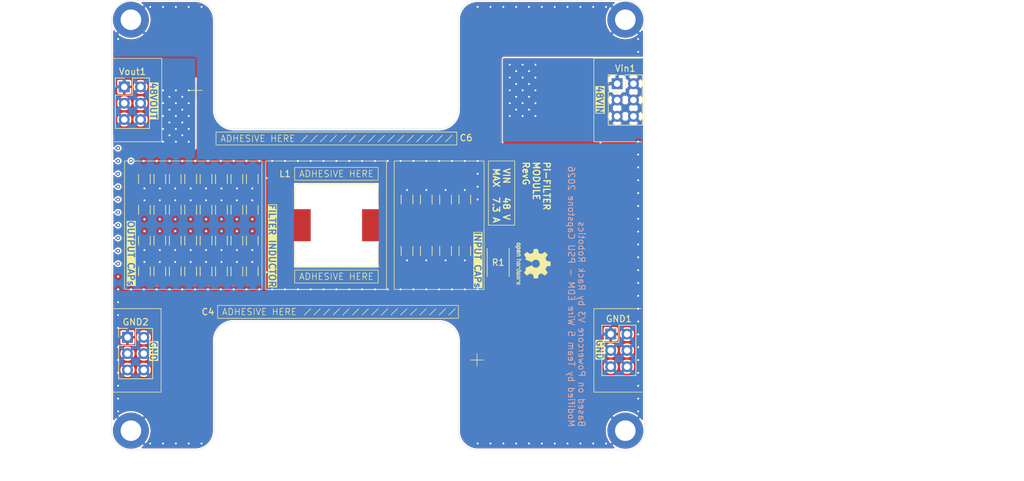
<source format=kicad_pcb>
(kicad_pcb (version 20241229) (generator "pcbnew") (generator_version "9.0")
  (title_block (title "Dual-Converter-Pi-FIlter-Module") (date "2025-07-29") (rev "G") (company "Rack Robotics, Inc.") (comment 1 "For High-Current Phase"))
  (layers (0 "F.Cu" signal) (4 "In1.Cu" power) (6 "In2.Cu" power) (2 "B.Cu" signal) (13 "F.Paste" user) (15 "B.Paste" user) (5 "F.SilkS" user "F.Silkscreen") (7 "B.SilkS" user "B.Silkscreen") (1 "F.Mask" user) (3 "B.Mask" user) (25 "Edge.Cuts" user))
  (net 0 "")
  (net 1 "GND")
  (net 2 "/FILTER_OUT")
  (net 3 "+48V")
  (footprint "MountingHole:MountingHole_3.2mm_M3_DIN965_Pad_TopBottom" (layer "F.Cu") (at 40 20)
    (property "Reference" "H1" (hide yes))
    (property "Value" "M3_DIN")
  )
  (footprint "Capacitor_SMD:C_1206_3216Metric" (layer "F.Cu") (at 92 48 90)
    (property "Reference" "C9" (hide yes))
    (property "Value" "10 uF")
  )
  (footprint "Capacitor_SMD:C_1206_3216Metric" (layer "F.Cu") (at 44.5 44.8 90)
    (property "Reference" "C36" (hide yes))
    (property "Value" "10 uF")
  )
  (footprint "Connector_PinHeader_2.54mm:PinHeader_2x03_P2.54mm_Vertical" (layer "F.Cu") (at 115.725 29.96)
    (property "Reference" "Vin1")
    (property "Value" "Conn_02x03_Odd_Even")
  )
  (footprint "Connector_PinHeader_2.54mm:PinHeader_2x03_P2.54mm_Vertical" (layer "F.Cu") (at 114.725 68.96)
    (property "Reference" "GND1")
    (property "Value" "Conn_02x03_Odd_Even")
  )
  (footprint "Capacitor_SMD:C_1206_3216Metric" (layer "F.Cu") (at 49.3 54.4 90)
    (property "Reference" "C28" (hide yes))
    (property "Value" "10 uF")
  )
  (footprint "Capacitor_SMD:C_1206_3216Metric" (layer "F.Cu") (at 42.1 54.4 90)
    (property "Reference" "C25" (hide yes))
    (property "Value" "10 uF")
  )
  (footprint "Capacitor_SMD:C_1206_3216Metric" (layer "F.Cu") (at 44.5 54.4 90)
    (property "Reference" "C26" (hide yes))
    (property "Value" "10 uF")
  )
  (footprint "Capacitor_SMD:C_1206_3216Metric" (layer "F.Cu") (at 51.7 54.4 90)
    (property "Reference" "C29" (hide yes))
    (property "Value" "10 uF")
  )
  (footprint "Capacitor_SMD:C_1206_3216Metric" (layer "F.Cu") (at 89 48 90)
    (property "Reference" "C7" (hide yes))
    (property "Value" "10 uF")
  )
  (footprint "Capacitor_SMD:C_1206_3216Metric" (layer "F.Cu") (at 56.5 44.8 90)
    (property "Reference" "C40" (hide yes))
    (property "Value" "10 uF")
  )
  (footprint "Capacitor_SMD:C_1206_3216Metric" (layer "F.Cu") (at 83 48 90)
    (property "Reference" "C1" (hide yes))
    (property "Value" "10 uF")
  )
  (footprint "Capacitor_SMD:C_1206_3216Metric" (layer "F.Cu") (at 56.5 59.2 -90)
    (property "Reference" "C13" (hide yes))
    (property "Value" "10 uF")
  )
  (footprint "powercore-development:PHA225" (layer "F.Cu") (at 93.1025 27 -90)
    (property "Reference" "C6")
    (property "Value" "560 uF")
  )
  (footprint "Capacitor_SMD:C_1206_3216Metric" (layer "F.Cu") (at 42.1 44.8 90)
    (property "Reference" "C11" (hide yes))
    (property "Value" "10 uF")
  )
  (footprint "Capacitor_SMD:C_1206_3216Metric" (layer "F.Cu") (at 58.9 44.8 90)
    (property "Reference" "C41" (hide yes))
    (property "Value" "10 uF")
  )
  (footprint "Capacitor_SMD:C_1206_3216Metric" (layer "F.Cu") (at 86 56 -90)
    (property "Reference" "C5" (hide yes))
    (property "Value" "10 uF")
  )
  (footprint "Capacitor_SMD:C_1206_3216Metric" (layer "F.Cu") (at 83 56 -90)
    (property "Reference" "C2" (hide yes))
    (property "Value" "10 uF")
  )
  (footprint "Capacitor_SMD:C_1206_3216Metric" (layer "F.Cu") (at 54.1 59.2 -90)
    (property "Reference" "C12" (hide yes))
    (property "Value" "10 uF")
  )
  (footprint "MountingHole:MountingHole_3.2mm_M3_DIN965_Pad_TopBottom" (layer "F.Cu") (at 117 84)
    (property "Reference" "H4" (hide yes))
    (property "Value" "M3_DIN")
  )
  (footprint "Capacitor_SMD:C_1206_3216Metric" (layer "F.Cu") (at 46.9 54.4 90)
    (property "Reference" "C27" (hide yes))
    (property "Value" "10 uF")
  )
  (footprint "Connector_PinHeader_2.54mm:PinHeader_2x03_P2.54mm_Vertical" (layer "F.Cu") (at 39.46 69.46)
    (property "Reference" "GND2")
    (property "Value" "Conn_02x03_Odd_Even")
  )
  (footprint "Capacitor_SMD:C_1206_3216Metric" (layer "F.Cu") (at 46.9 49.6 -90)
    (property "Reference" "C33" (hide yes))
    (property "Value" "10 uF")
  )
  (footprint "Capacitor_SMD:C_1206_3216Metric" (layer "F.Cu") (at 58.9 49.6 -90)
    (property "Reference" "C24" (hide yes))
    (property "Value" "10 uF")
  )
  (footprint "Capacitor_SMD:C_1206_3216Metric" (layer "F.Cu") (at 56.5 54.4 90)
    (property "Reference" "C18" (hide yes))
    (property "Value" "10 uF")
  )
  (footprint "Capacitor_SMD:C_1206_3216Metric" (layer "F.Cu") (at 51.7 59.2 -90)
    (property "Reference" "C16" (hide yes))
    (property "Value" "10 uF")
  )
  (footprint "Fiducial:Fiducial_1mm_Mask2mm" (layer "F.Cu") (at 112 20)
    (property "Reference" "REF**" (hide yes))
    (property "Value" "Fiducial_1mm_Mask2mm")
  )
  (footprint "Capacitor_SMD:C_1206_3216Metric" (layer "F.Cu") (at 46.9 44.8 90)
    (property "Reference" "C37" (hide yes))
    (property "Value" "10 uF")
  )
  (footprint "powercore-development:PHA225" (layer "F.Cu") (at 50.8975 77 90)
    (property "Reference" "C4")
    (property "Value" "560 uF")
  )
  (footprint "Capacitor_SMD:C_1206_3216Metric" (layer "F.Cu") (at 44.5 59.2 -90)
    (property "Reference" "C19" (hide yes))
    (property "Value" "10 uF")
  )
  (footprint "Capacitor_SMD:C_1206_3216Metric" (layer "F.Cu") (at 49.3 49.6 -90)
    (property "Reference" "C34" (hide yes))
    (property "Value" "10 uF")
  )
  (footprint "powercore-development:SRP1245A" (layer "F.Cu") (at 72 52 180)
    (property "Reference" "L1")
    (property "Value" "18uH")
  )
  (footprint "MountingHole:MountingHole_3.2mm_M3_DIN965_Pad_TopBottom" (layer "F.Cu") (at 117 20)
    (property "Reference" "H2" (hide yes))
    (property "Value" "M3_DIN")
  )
  (footprint "Capacitor_SMD:C_1206_3216Metric" (layer "F.Cu") (at 42.1 59.2 -90)
    (property "Reference" "C22" (hide yes))
    (property "Value" "10 uF")
  )
  (footprint "Capacitor_SMD:C_1206_3216Metric" (layer "F.Cu") (at 46.9 59.2 -90)
    (property "Reference" "C20" (hide yes))
    (property "Value" "10 uF")
  )
  (footprint "Capacitor_SMD:C_1206_3216Metric" (layer "F.Cu") (at 44.5 49.6 -90)
    (property "Reference" "C32" (hide yes))
    (property "Value" "10 uF")
  )
  (footprint "Capacitor_SMD:C_1206_3216Metric" (layer "F.Cu") (at 58.9 54.4 90)
    (property "Reference" "C21" (hide yes))
    (property "Value" "10 uF")
  )
  (footprint "Capacitor_SMD:C_1206_3216Metric" (layer "F.Cu") (at 56.5 49.6 -90)
    (property "Reference" "C23" (hide yes))
    (property "Value" "10 uF")
  )
  (footprint "Capacitor_SMD:C_1206_3216Metric" (layer "F.Cu") (at 58.9 59.2 -90)
    (property "Reference" "C14" (hide yes))
    (property "Value" "10 uF")
  )
  (footprint "Capacitor_SMD:C_1206_3216Metric" (layer "F.Cu") (at 49.3 44.8 90)
    (property "Reference" "C38" (hide yes))
    (property "Value" "10 uF")
  )
  (footprint "Capacitor_SMD:C_1206_3216Metric" (layer "F.Cu") (at 92 56 -90)
    (property "Reference" "C10" (hide yes))
    (property "Value" "10 uF")
  )
  (footprint "Capacitor_SMD:C_1206_3216Metric" (layer "F.Cu") (at 54.1 54.4 90)
    (property "Reference" "C17" (hide yes))
    (property "Value" "10 uF")
  )
  (footprint "Capacitor_SMD:C_1206_3216Metric" (layer "F.Cu") (at 54.1 49.6 -90)
    (property "Reference" "C35" (hide yes))
    (property "Value" "10 uF")
  )
  (footprint "Symbol:OSHW-Logo2_7.3x6mm_SilkScreen" (layer "F.Cu") (at 102.6 58 -90)
    (property "Reference" "REF**" (hide yes))
    (property "Value" "OSHW-Logo2_7.3x6mm_SilkScreen" (hide yes))
  )
  (footprint "MountingHole:MountingHole_3.2mm_M3_DIN965_Pad_TopBottom" (layer "F.Cu") (at 40 84)
    (property "Reference" "H3" (hide yes))
    (property "Value" "M3_DIN")
  )
  (footprint "Fiducial:Fiducial_1mm_Mask2mm" (layer "F.Cu") (at 45 20)
    (property "Reference" "REF**" (hide yes))
    (property "Value" "Fiducial_1mm_Mask2mm")
  )
  (footprint "Capacitor_SMD:C_1206_3216Metric" (layer "F.Cu") (at 51.7 49.6 -90)
    (property "Reference" "C42" (hide yes))
    (property "Value" "10 uF")
  )
  (footprint "Capacitor_SMD:C_1206_3216Metric" (layer "F.Cu") (at 51.7 44.8 90)
    (property "Reference" "C30" (hide yes))
    (property "Value" "10 uF")
  )
  (footprint "Fiducial:Fiducial_1mm_Mask2mm" (layer "F.Cu") (at 45 84)
    (property "Reference" "REF**" (hide yes))
    (property "Value" "Fiducial_1mm_Mask2mm")
  )
  (footprint "Capacitor_SMD:C_1206_3216Metric" (layer "F.Cu") (at 54.1 44.8 90)
    (property "Reference" "C39" (hide yes))
    (property "Value" "10 uF")
  )
  (footprint "Connector_PinHeader_2.54mm:PinHeader_2x03_P2.54mm_Vertical" (layer "F.Cu") (at 38.96 30.46)
    (property "Reference" "Vout1")
    (property "Value" "Conn_02x03_Odd_Even")
  )
  (footprint "Capacitor_SMD:C_1206_3216Metric" (layer "F.Cu") (at 86 48 90)
    (property "Reference" "C3" (hide yes))
    (property "Value" "10 uF")
  )
  (footprint "Capacitor_SMD:C_1206_3216Metric" (layer "F.Cu") (at 49.3 59.2 -90)
    (property "Reference" "C15" (hide yes))
    (property "Value" "10 uF")
  )
  (footprint "Capacitor_SMD:C_1206_3216Metric" (layer "F.Cu") (at 42.1 49.6 -90)
    (property "Reference" "C31" (hide yes))
    (property "Value" "10 uF")
  )
  (footprint "Resistor_SMD:R_2512_6332Metric" (layer "F.Cu") (at 97.2 57.8 90)
    (property "Reference" "R1")
    (property "Value" "4.7K")
  )
  (footprint "Capacitor_SMD:C_1206_3216Metric" (layer "F.Cu") (at 89 56 -90)
    (property "Reference" "C8" (hide yes))
    (property "Value" "10 uF")
  )
  (footprint "Fiducial:Fiducial_1mm_Mask2mm" (layer "F.Cu") (at 112 84)
    (property "Reference" "REF**" (hide yes))
    (property "Value" "Fiducial_1mm_Mask2mm")
  )
  (gr_line (start 71.5 66) (end 72.5 65) (stroke (width 0.1)) (layer "F.SilkS"))
  (gr_line (start 70 66) (end 71 65) (stroke (width 0.1)) (layer "F.SilkS"))
  (gr_line (start 76 66) (end 77 65) (stroke (width 0.1)) (layer "F.SilkS"))
  (gr_line (start 86 39) (end 87 38) (stroke (width 0.1)) (layer "F.SilkS"))
  (gr_line (start 112.1 78) (end 112.1 65) (stroke (width 0.1)) (layer "F.SilkS"))
  (gr_line (start 37.2 65) (end 44.7 65) (stroke (width 0.1)) (layer "F.SilkS"))
  (gr_line (start 37.3 26) (end 44.8 26) (stroke (width 0.1)) (layer "F.SilkS"))
  (gr_line (start 83.5 66) (end 84.5 65) (stroke (width 0.1)) (layer "F.SilkS"))
  (gr_rect (start 65.5 43) (end 78.5 45) (stroke (width 0.1)) (fill no) (layer "F.SilkS"))
  (gr_line (start 89 39) (end 90 38) (stroke (width 0.1)) (layer "F.SilkS"))
  (gr_line (start 67 66) (end 68 65) (stroke (width 0.1)) (layer "F.SilkS"))
  (gr_line (start 80 39) (end 81 38) (stroke (width 0.1)) (layer "F.SilkS"))
  (gr_line (start 80.5 66) (end 81.5 65) (stroke (width 0.1)) (layer "F.SilkS"))
  (gr_line (start 119.5 26) (end 112.1 26) (stroke (width 0.1)) (layer "F.SilkS"))
  (gr_line (start 83 39) (end 84 38) (stroke (width 0.1)) (layer "F.SilkS"))
  (gr_rect (start 95.678 42) (end 99.778 52) (stroke (width 0.1)) (fill no) (layer "F.SilkS"))
  (gr_line (start 68 39) (end 69 38) (stroke (width 0.1)) (layer "F.SilkS"))
  (gr_line (start 66.5 39) (end 67.5 38) (stroke (width 0.1)) (layer "F.SilkS"))
  (gr_line (start 85 66) (end 86 65) (stroke (width 0.1)) (layer "F.SilkS"))
  (gr_line (start 69.5 39) (end 70.5 38) (stroke (width 0.1)) (layer "F.SilkS"))
  (gr_line (start 74.5 66) (end 75.5 65) (stroke (width 0.1)) (layer "F.SilkS"))
  (gr_line (start 81.5 39) (end 82.5 38) (stroke (width 0.1)) (layer "F.SilkS"))
  (gr_line (start 37.3 78) (end 44.7 78) (stroke (width 0.1)) (layer "F.SilkS"))
  (gr_rect (start 61 42) (end 79.8 62) (stroke (width 0.1)) (fill no) (layer "F.SilkS"))
  (gr_line (start 79 66) (end 80 65) (stroke (width 0.1)) (layer "F.SilkS"))
  (gr_rect (start 39 42) (end 60.4 62) (stroke (width 0.1)) (fill no) (layer "F.SilkS"))
  (gr_line (start 84.5 39) (end 85.5 38) (stroke (width 0.1)) (layer "F.SilkS"))
  (gr_line (start 37.4 39) (end 44.8 39) (stroke (width 0.1)) (layer "F.SilkS"))
  (gr_line (start 78.5 39) (end 79.5 38) (stroke (width 0.1)) (layer "F.SilkS"))
  (gr_line (start 112.1 39) (end 112.1 26) (stroke (width 0.1)) (layer "F.SilkS"))
  (gr_line (start 87.5 39) (end 88.5 38) (stroke (width 0.1)) (layer "F.SilkS"))
  (gr_rect (start 53.25 37.5) (end 90.75 39.5) (stroke (width 0.1)) (fill no) (layer "F.SilkS"))
  (gr_rect (start 65.5 59) (end 78.5 61) (stroke (width 0.1)) (fill no) (layer "F.SilkS"))
  (gr_line (start 82 66) (end 83 65) (stroke (width 0.1)) (layer "F.SilkS"))
  (gr_line (start 88 66) (end 89 65) (stroke (width 0.1)) (layer "F.SilkS"))
  (gr_line (start 119.6 39) (end 112.1 39) (stroke (width 0.1)) (layer "F.SilkS"))
  (gr_line (start 72.5 39) (end 73.5 38) (stroke (width 0.1)) (layer "F.SilkS"))
  (gr_line (start 71 39) (end 72 38) (stroke (width 0.1)) (layer "F.SilkS"))
  (gr_line (start 119.5 65) (end 112.1 65) (stroke (width 0.1)) (layer "F.SilkS"))
  (gr_line (start 44.8 26) (end 44.8 39) (stroke (width 0.1)) (layer "F.SilkS"))
  (gr_line (start 86.5 66) (end 87.5 65) (stroke (width 0.1)) (layer "F.SilkS"))
  (gr_line (start 68.5 66) (end 69.5 65) (stroke (width 0.1)) (layer "F.SilkS"))
  (gr_line (start 61 62) (end 79.8 62) (stroke (width 0.1)) (layer "F.SilkS"))
  (gr_rect (start 53.5 64.5) (end 91 66.5) (stroke (width 0.1)) (fill no) (layer "F.SilkS"))
  (gr_line (start 74 39) (end 75 38) (stroke (width 0.1)) (layer "F.SilkS"))
  (gr_line (start 89.5 66) (end 90.5 65) (stroke (width 0.1)) (layer "F.SilkS"))
  (gr_line (start 73 66) (end 74 65) (stroke (width 0.1)) (layer "F.SilkS"))
  (gr_rect (start 81 42) (end 95 62) (stroke (width 0.1)) (fill no) (layer "F.SilkS"))
  (gr_line (start 77 39) (end 78 38) (stroke (width 0.1)) (layer "F.SilkS"))
  (gr_line (start 44.7 65) (end 44.7 78) (stroke (width 0.1)) (layer "F.SilkS"))
  (gr_line (start 119.6 78) (end 112.1 78) (stroke (width 0.1)) (layer "F.SilkS"))
  (gr_line (start 75.5 39) (end 76.5 38) (stroke (width 0.1)) (layer "F.SilkS"))
  (gr_line (start 77.5 66) (end 78.5 65) (stroke (width 0.1)) (layer "F.SilkS"))
  (gr_line (start 53 34) (end 53 20) (stroke (width 0.05)) (layer "Edge.Cuts"))
  (gr_arc (start 91 34) (mid 90.12132 36.12132) (end 88 37) (stroke (width 0.05)) (layer "Edge.Cuts"))
  (gr_line (start 88 37) (end 56 37) (stroke (width 0.05)) (layer "Edge.Cuts"))
  (gr_arc (start 37 20) (mid 37.87868 17.87868) (end 40 17) (stroke (width 0.05)) (layer "Edge.Cuts"))
  (gr_arc (start 53 84) (mid 52.12132 86.12132) (end 50 87) (stroke (width 0.05)) (layer "Edge.Cuts"))
  (gr_arc (start 91 20) (mid 91.87868 17.87868) (end 94 17) (stroke (width 0.05)) (layer "Edge.Cuts"))
  (gr_line (start 120 20) (end 120 84) (stroke (width 0.05)) (layer "Edge.Cuts"))
  (gr_arc (start 50 17) (mid 52.12132 17.87868) (end 53 20) (stroke (width 0.05)) (layer "Edge.Cuts"))
  (gr_arc (start 94 87) (mid 91.87868 86.12132) (end 91 84) (stroke (width 0.05)) (layer "Edge.Cuts"))
  (gr_arc (start 56 37) (mid 53.87868 36.12132) (end 53 34) (stroke (width 0.05)) (layer "Edge.Cuts"))
  (gr_line (start 50 87) (end 40 87) (stroke (width 0.05)) (layer "Edge.Cuts"))
  (gr_line (start 50 17) (end 40 17) (stroke (width 0.05)) (layer "Edge.Cuts"))
  (gr_line (start 94 87) (end 117 87) (stroke (width 0.05)) (layer "Edge.Cuts"))
  (gr_line (start 56 67) (end 88 67) (stroke (width 0.05)) (layer "Edge.Cuts"))
  (gr_arc (start 53 70) (mid 53.87868 67.87868) (end 56 67) (stroke (width 0.05)) (layer "Edge.Cuts"))
  (gr_line (start 91 70) (end 91 84) (stroke (width 0.05)) (layer "Edge.Cuts"))
  (gr_arc (start 117 17) (mid 119.12132 17.87868) (end 120 20) (stroke (width 0.05)) (layer "Edge.Cuts"))
  (gr_line (start 91 20) (end 91 34) (stroke (width 0.05)) (layer "Edge.Cuts"))
  (gr_line (start 94 17) (end 117 17) (stroke (width 0.05)) (layer "Edge.Cuts"))
  (gr_line (start 37 84) (end 37 20) (stroke (width 0.05)) (layer "Edge.Cuts"))
  (gr_arc (start 120 84) (mid 119.12132 86.12132) (end 117 87) (stroke (width 0.05)) (layer "Edge.Cuts"))
  (gr_arc (start 88 67) (mid 90.12132 67.87868) (end 91 70) (stroke (width 0.05)) (layer "Edge.Cuts"))
  (gr_arc (start 40 87) (mid 37.87868 86.12132) (end 37 84) (stroke (width 0.05)) (layer "Edge.Cuts"))
  (gr_line (start 53 84) (end 53 70) (stroke (width 0.05)) (layer "Edge.Cuts"))
  (gr_text "ADHESIVE HERE" (at 72 60 0) (layer "F.SilkS") (effects (font (size 1 1) (thickness 0.1))))
  (gr_text "ADHESIVE HERE" (at 72 44 0) (layer "F.SilkS") (effects (font (size 1 1) (thickness 0.1))))
  (gr_text "ADHESIVE HERE" (at 59.75 38.5 0) (layer "F.SilkS") (effects (font (size 1 1) (thickness 0.1))))
  (gr_text "FILTER INDUCTOR" (at 62 55.2 270) (layer "F.SilkS" knockout) (effects (font (size 1 1) (thickness 0.2) (bold yes))))
  (gr_text "OUTPUT CAPs" (at 40 56.4 270) (layer "F.SilkS" knockout) (effects (font (size 1 1) (thickness 0.2) (bold yes))))
  (gr_text "INPUT CAPs" (at 94 57.4 270) (layer "F.SilkS" knockout) (effects (font (size 1 1) (thickness 0.2) (bold yes))))
  (gr_text "VIN	 48 V\nMAX  7.3 A" (at 99.078 43 270) (layer "F.SilkS") (effects (font (size 1 1) (thickness 0.2) (bold yes)) (justify left top)))
  (gr_text "48VIN" (at 113 32.5 270) (layer "F.SilkS" knockout) (effects (font (size 1 1) (thickness 0.2) (bold yes))))
  (gr_text "48VOUT" (at 43.5 32.6 270) (layer "F.SilkS" knockout) (effects (font (size 1 1) (thickness 0.2) (bold yes))))
  (gr_text "GND" (at 113 71.4 270) (layer "F.SilkS" knockout) (effects (font (size 1 1) (thickness 0.2) (bold yes))))
  (gr_text "ADHESIVE HERE" (at 60 65.5 0) (layer "F.SilkS") (effects (font (size 1 1) (thickness 0.1))))
  (gr_text "Pi-FILTER\nMODULE\nRevG" (at 105.328 42 270) (layer "F.SilkS") (effects (font (size 1 1) (thickness 0.2) (bold yes)) (justify left top)))
  (gr_text "GND" (at 43.5 71.6 270) (layer "F.SilkS" knockout) (effects (font (size 1 1) (thickness 0.2) (bold yes))))
  (gr_text "Based on Powercore V3 by Rack Robotics\nModified by Team 5 Wire EDM - PSU Capstone 2026\n" (at 108 83.5 270) (layer "B.SilkS") (effects (font (size 1 1) (thickness 0.125) (bold yes)) (justify left bottom mirror)))
  (segment (start 51.6 76.2) (end 48.44875 76.2) (width 0.4) (layer "F.Cu") (net 1))
  (segment (start 51.6 77.8) (end 48.44875 77.8) (width 0.4) (layer "F.Cu") (net 1))
  (segment (start 49.8 77) (end 47.1025 77) (width 0.8) (layer "F.Cu") (net 1))
  (segment (start 51.6 75.4) (end 48.44875 75.4) (width 0.4) (layer "F.Cu") (net 1))
  (segment (start 51.55125 77) (end 48.44875 77) (width 0.4) (layer "F.Cu") (net 1))
  (segment (start 94.1025 27) (end 96.8 27) (width 0.8) (layer "F.Cu") (net 1))
  (segment (start 51.6 78.6) (end 48.44875 78.6) (width 0.4) (layer "F.Cu") (net 1))
  (via (at 78 62) (size 0.6) (drill 0.3) (layers "F.Cu" "B.Cu") (net 1))
  (via (at 119 75) (size 0.6) (drill 0.3) (layers "F.Cu" "B.Cu") (net 1))
  (via (at 112 18) (size 0.6) (drill 0.3) (layers "F.Cu" "B.Cu") (net 1))
  (via (at 40 42) (size 0.6) (drill 0.3) (layers "F.Cu" "B.Cu") (net 1))
  (via (at 102 18) (size 0.6) (drill 0.3) (layers "F.Cu" "B.Cu") (net 1))
  (via (at 44.5 51.075) (size 0.6) (drill 0.3) (layers "F.Cu" "B.Cu") (net 1))
  (via (at 51 86) (size 0.6) (drill 0.3) (layers "F.Cu" "B.Cu") (net 1))
  (via (at 52 42) (size 0.6) (drill 0.3) (layers "F.Cu" "B.Cu") (net 1))
  (via (at 43 18) (size 0.6) (drill 0.3) (layers "F.Cu" "B.Cu") (net 1))
  (via (at 50 62) (size 0.6) (drill 0.3) (layers "F.Cu" "B.Cu") (net 1))
  (via (at 98 86) (size 0.6) (drill 0.3) (layers "F.Cu" "B.Cu") (net 1))
  (via (at 49.3 51.075) (size 0.6) (drill 0.3) (layers "F.Cu" "B.Cu") (net 1))
  (via (at 106 18) (size 0.6) (drill 0.3) (layers "F.Cu" "B.Cu") (net 1))
  (via (at 83 46.525) (size 0.6) (drill 0.3) (layers "F.Cu" "B.Cu") (net 1))
  (via (at 49 86) (size 0.6) (drill 0.3) (layers "F.Cu" "B.Cu") (net 1))
  (via (at 92 46.525) (size 0.6) (drill 0.3) (layers "F.Cu" "B.Cu") (net 1))
  (via (at 47 86) (size 0.6) (drill 0.3) (layers "F.Cu" "B.Cu") (net 1))
  (via (at 38 60) (size 0.6) (drill 0.3) (layers "F.Cu" "B.Cu") (net 1))
  (via (at 94 58) (size 0.6) (drill 0.3) (layers "F.Cu" "B.Cu") (net 1))
  (via (at 38 50) (size 0.6) (drill 0.3) (layers "F.Cu" "B.Cu") (net 1))
  (via (at 58.9 52.925) (size 0.6) (drill 0.3) (layers "F.Cu" "B.Cu") (net 1))
  (via (at 119 67) (size 0.6) (drill 0.3) (layers "F.Cu" "B.Cu") (net 1))
  (via (at 98 18) (size 0.6) (drill 0.3) (layers "F.Cu" "B.Cu") (net 1))
  (via (at 80 62) (size 0.6) (drill 0.3) (layers "F.Cu" "B.Cu") (net 1))
  (via (at 38 42) (size 0.6) (drill 0.3) (layers "F.Cu" "B.Cu") (net 1))
  (via (at 38 58) (size 0.6) (drill 0.3) (layers "F.Cu" "B.Cu") (net 1))
  (via (at 94 56) (size 0.6) (drill 0.3) (layers "F.Cu" "B.Cu") (net 1))
  (via (at 96 18) (size 0.6) (drill 0.3) (layers "F.Cu" "B.Cu") (net 1))
  (via (at 86 62) (size 0.6) (drill 0.3) (layers "F.Cu" "B.Cu") (net 1))
  (via (at 92 57.475) (size 0.6) (drill 0.3) (layers "F.Cu" "B.Cu") (net 1))
  (via (at 42 42) (size 0.6) (drill 0.3) (layers "F.Cu" "B.Cu") (net 1))
  (via (at 44.5 52.925) (size 0.6) (drill 0.3) (layers "F.Cu" "B.Cu") (net 1))
  (via (at 66 42) (size 0.6) (drill 0.3) (layers "F.Cu" "B.Cu") (net 1))
  (via (at 38 66) (size 0.6) (drill 0.3) (layers "F.Cu" "B.Cu") (net 1))
  (via (at 68 62) (size 0.6) (drill 0.3) (layers "F.Cu" "B.Cu") (net 1))
  (via (at 94 48) (size 0.6) (drill 0.3) (layers "F.Cu" "B.Cu") (net 1))
  (via (at 54 42) (size 0.6) (drill 0.3) (layers "F.Cu" "B.Cu") (net 1))
  (via (at 38 71) (size 0.6) (drill 0.3) (layers "F.Cu" "B.Cu") (net 1))
  (via (at 68 42) (size 0.6) (drill 0.3) (layers "F.Cu" "B.Cu") (net 1))
  (via (at 46 42) (size 0.6) (drill 0.3) (layers "F.Cu" "B.Cu") (net 1))
  (via (at 74 62) (size 0.6) (drill 0.3) (layers "F.Cu" "B.Cu") (net 1))
  (via (at 86 57.475) (size 0.6) (drill 0.3) (layers "F.Cu" "B.Cu") (net 1))
  (via (at 48 42) (size 0.6) (drill 0.3) (layers "F.Cu" "B.Cu") (net 1))
  (via (at 119 41) (size 0.6) (drill 0.3) (layers "F.Cu" "B.Cu") (net 1))
  (via (at 38 40) (size 0.6) (drill 0.3) (layers "F.Cu" "B.Cu") (net 1))
  (via (at 43 86) (size 0.6) (drill 0.3) (layers "F.Cu" "B.Cu") (net 1))
  (via (at 106 86) (size 0.6) (drill 0.3) (layers "F.Cu" "B.Cu") (net 1))
  (via (at 100 86) (size 0.6) (drill 0.3) (layers "F.Cu" "B.Cu") (net 1))
  (via (at 94 18) (size 0.6) (drill 0.3) (layers "F.Cu" "B.Cu") (net 1))
  (via (at 119 57) (size 0.6) (drill 0.3) (layers "F.Cu" "B.Cu") (net 1))
  (via (at 56.5 52.925) (size 0.6) (drill 0.3) (layers "F.Cu" "B.Cu") (net 1))
  (via (at 104 86) (size 0.6) (drill 0.3) (layers "F.Cu" "B.Cu") (net 1))
  (via (at 119 69) (size 0.6) (drill 0.3) (layers "F.Cu" "B.Cu") (net 1))
  (via (at 96 86) (size 0.6) (drill 0.3) (layers "F.Cu" "B.Cu") (net 1))
  (via (at 72 62) (size 0.6) (drill 0.3) (layers "F.Cu" "B.Cu") (net 1))
  (via (at 100 18) (size 0.6) (drill 0.3) (layers "F.Cu" "B.Cu") (net 1))
  (via (at 58 62) (size 0.6) (drill 0.3) (layers "F.Cu" "B.Cu") (net 1))
  (via (at 119 39) (size 0.6) (drill 0.3) (layers "F.Cu" "B.Cu") (net 1))
  (via (at 94 42) (size 0.6) (drill 0.3) (layers "F.Cu" "B.Cu") (net 1))
  (via (at 92 42) (size 0.6) (drill 0.3) (layers "F.Cu" "B.Cu") (net 1))
  (via (at 44 62) (size 0.6) (drill 0.3) (layers "F.Cu" "B.Cu") (net 1))
  (via (at 94 62) (size 0.6) (drill 0.3) (layers "F.Cu" "B.Cu") (net 1))
  (via (at 86 46.525) (size 0.6) (drill 0.3) (layers "F.Cu" "B.Cu") (net 1))
  (via (at 38 64) (size 0.6) (drill 0.3) (layers "F.Cu" "B.Cu") (net 1))
  (via (at 119 25) (size 0.6) (drill 0.3) (layers "F.Cu" "B.Cu") (net 1))
  (via (at 38 62) (size 0.6) (drill 0.3) (layers "F.Cu" "B.Cu") (net 1))
  (via (at 38 46) (size 0.6) (drill 0.3) (layers "F.Cu" "B.Cu") (net 1))
  (via (at 76 62) (size 0.6) (drill 0.3) (layers "F.Cu" "B.Cu") (net 1))
  (via (at 58.9 51.075) (size 0.6) (drill 0.3) (layers "F.Cu" "B.Cu") (net 1))
  (via (at 86 42) (size 0.6) (drill 0.3) (layers "F.Cu" "B.Cu") (net 1))
  (via (at 89 57.475) (size 0.6) (drill 0.3) (layers "F.Cu" "B.Cu") (net 1))
  (via (at 108 18) (size 0.6) (drill 0.3) (layers "F.Cu" "B.Cu") (net 1))
  (via (at 51 18) (size 0.6) (drill 0.3) (layers "F.Cu" "B.Cu") (net 1))
  (via (at 56.5 51.075) (size 0.6) (drill 0.3) (layers "F.Cu" "B.Cu") (net 1))
  (via (at 110 18) (size 0.6) (drill 0.3) (layers "F.Cu" "B.Cu") (net 1))
  (via (at 119 65) (size 0.6) (drill 0.3) (layers "F.Cu" "B.Cu") (net 1))
  (via (at 50 42) (size 0.6) (drill 0.3) (layers "F.Cu" "B.Cu") (net 1))
  (via (at 38 73) (size 0.6) (drill 0.3) (layers "F.Cu" "B.Cu") (net 1))
  (via (at 44 42) (size 0.6) (drill 0.3) (layers "F.Cu" "B.Cu") (net 1))
  (via (at 38 56) (size 0.6) (drill 0.3) (layers "F.Cu" "B.Cu") (net 1))
  (via (at 83 57.475) (size 0.6) (drill 0.3) (layers "F.Cu" "B.Cu") (net 1))
  (via (at 48 62) (size 0.6) (drill 0.3) (layers "F.Cu" "B.Cu") (net 1))
  (via (at 119 63) (size 0.6) (drill 0.3) (layers "F.Cu" "B.Cu") (net 1))
  (via (at 54.1 51.075) (size 0.6) (drill 0.3) (layers "F.Cu" "B.Cu") (net 1))
  (via (at 56 62) (size 0.6) (drill 0.3) (layers "F.Cu" "B.Cu") (net 1))
  (via (at 38 79) (size 0.6) (drill 0.3) (layers "F.Cu" "B.Cu") (net 1))
  (via (at 94 44) (size 0.6) (drill 0.3) (layers "F.Cu" "B.Cu") (net 1))
  (via (at 88 62) (size 0.6) (drill 0.3) (layers "F.Cu" "B.Cu") (net 1))
  (via (at 114 86) (size 0.6) (drill 0.3) (layers "F.Cu" "B.Cu") (net 1))
  (via (at 49 18) (size 0.6) (drill 0.3) (layers "F.Cu" "B.Cu") (net 1))
  (via (at 90 42) (size 0.6) (drill 0.3) (layers "F.Cu" "B.Cu") (net 1))
  (via (at 38 81) (size 0.6) (drill 0.3) (layers "F.Cu" "B.Cu") (net 1))
  (via (at 102 86) (size 0.6) (drill 0.3) (layers "F.Cu" "B.Cu") (net 1))
  (via (at 88 42) (size 0.6) (drill 0.3) (layers "F.Cu" "B.Cu") (net 1))
  (via (at 119 55) (size 0.6) (drill 0.3) (layers "F.Cu" "B.Cu") (net 1))
  (via (at 51.7 51.075) (size 0.6) (drill 0.3) (layers "F.Cu" "B.Cu") (net 1))
  (via (at 42.1 52.925) (size 0.6) (drill 0.3) (layers "F.Cu" "B.Cu") (net 1))
  (via (at 89 46.525) (size 0.6) (drill 0.3) (layers "F.Cu" "B.Cu") (net 1))
  (via (at 60 62) (size 0.6) (drill 0.3) (layers "F.Cu" "B.Cu") (net 1))
  (via (at 119 81) (size 0.6) (drill 0.3) (layers "F.Cu" "B.Cu") (net 1))
  (via (at 51.7 52.925) (size 0.6) (drill 0.3) (layers "F.Cu" "B.Cu") (net 1))
  (via (at 119 43) (size 0.6) (drill 0.3) (layers "F.Cu" "B.Cu") (net 1))
  (via (at 46.9 52.925) (size 0.6) (drill 0.3) (layers "F.Cu" "B.Cu") (net 1))
  (via (at 56 42) (size 0.6) (drill 0.3) (layers "F.Cu" "B.Cu") (net 1))
  (via (at 119 49) (size 0.6) (drill 0.3) (layers "F.Cu" "B.Cu") (net 1))
  (via (at 42.1 51.075) (size 0.6) (drill 0.3) (layers "F.Cu" "B.Cu") (net 1))
  (via (at 90 62) (size 0.6) (drill 0.3) (layers "F.Cu" "B.Cu") (net 1))
  (via (at 64 42) (size 0.6) (drill 0.3) (layers "F.Cu" "B.Cu") (net 1))
  (via (at 112 86) (size 0.6) (drill 0.3) (layers "F.Cu" "B.Cu") (net 1))
  (via (at 54.1 52.925) (size 0.6) (drill 0.3) (layers "F.Cu" "B.Cu") (net 1))
  (via (at 119 77) (size 0.6) (drill 0.3) (layers "F.Cu" "B.Cu") (net 1))
  (via (at 40 62) (size 0.6) (drill 0.3) (layers "F.Cu" "B.Cu") (net 1))
  (via (at 94 46) (size 0.6) (drill 0.3) (layers "F.Cu" "B.Cu") (net 1))
  (via (at 108 86) (size 0.6) (drill 0.3) (layers "F.Cu" "B.Cu") (net 1))
  (via (at 64 62) (size 0.6) (drill 0.3) (layers "F.Cu" "B.Cu") (net 1))
  (via (at 76 42) (size 0.6) (drill 0.3) (layers "F.Cu" "B.Cu") (net 1))
  (via (at 38 75) (size 0.6) (drill 0.3) (layers "F.Cu" "B.Cu") (net 1))
  (via (at 70 42) (size 0.6) (drill 0.3) (layers "F.Cu" "B.Cu") (net 1))
  (via (at 119 59) (size 0.6) (drill 0.3) (layers "F.Cu" "B.Cu") (net 1))
  (via (at 84 62) (size 0.6) (drill 0.3) (layers "F.Cu" "B.Cu") (net 1))
  (via (at 60 42) (size 0.6) (drill 0.3) (layers "F.Cu" "B.Cu") (net 1))
  (via (at 45 86) (size 0.6) (drill 0.3) (layers "F.Cu" "B.Cu") (net 1))
  (via (at 119 61) (size 0.6) (drill 0.3) (layers "F.Cu" "B.Cu") (net 1))
  (via (at 58 42) (size 0.6) (drill 0.3) (layers "F.Cu" "B.Cu") (net 1))
  (via (at 45 18) (size 0.6) (drill 0.3) (layers "F.Cu" "B.Cu") (net 1))
  (via (at 84 42) (size 0.6) (drill 0.3) (layers "F.Cu" "B.Cu") (net 1))
  (via (at 80 42) (size 0.6) (drill 0.3) (layers "F.Cu" "B.Cu") (net 1))
  (via (at 119 45) (size 0.6) (drill 0.3) (layers "F.Cu" "B.Cu") (net 1))
  (via (at 119 79) (size 0.6) (drill 0.3) (layers "F.Cu" "B.Cu") (net 1))
  (via (at 82 62) (size 0.6) (drill 0.3) (layers "F.Cu" "B.Cu") (net 1))
  (via (at 78 42) (size 0.6) (drill 0.3) (layers "F.Cu" "B.Cu") (net 1))
  (via (at 62 42) (size 0.6) (drill 0.3) (layers "F.Cu" "B.Cu") (net 1))
  (via (at 42 62) (size 0.6) (drill 0.3) (layers "F.Cu" "B.Cu") (net 1))
  (via (at 46 62) (size 0.6) (drill 0.3) (layers "F.Cu" "B.Cu") (net 1))
  (via (at 38 77) (size 0.6) (drill 0.3) (layers "F.Cu" "B.Cu") (net 1))
  (via (at 110 86) (size 0.6) (drill 0.3) (layers "F.Cu" "B.Cu") (net 1))
  (via (at 38 54) (size 0.6) (drill 0.3) (layers "F.Cu" "B.Cu") (net 1))
  (via (at 38 48) (size 0.6) (drill 0.3) (layers "F.Cu" "B.Cu") (net 1))
  (via (at 92 62) (size 0.6) (drill 0.3) (layers "F.Cu" "B.Cu") (net 1))
  (via (at 52 62) (size 0.6) (drill 0.3) (layers "F.Cu" "B.Cu") (net 1))
  (via (at 119 23) (size 0.6) (drill 0.3) (layers "F.Cu" "B.Cu") (net 1))
  (via (at 119 71) (size 0.6) (drill 0.3) (layers "F.Cu" "B.Cu") (net 1))
  (via (at 38 23) (size 0.6) (drill 0.3) (layers "F.Cu" "B.Cu") (net 1))
  (via (at 119 73) (size 0.6) (drill 0.3) (layers "F.Cu" "B.Cu") (net 1))
  (via (at 82 42) (size 0.6) (drill 0.3) (layers "F.Cu" "B.Cu") (net 1))
  (via (at 38 68) (size 0.6) (drill 0.3) (layers "F.Cu" "B.Cu") (net 1))
  (via (at 54 62) (size 0.6) (drill 0.3) (layers "F.Cu" "B.Cu") (net 1))
  (via (at 119 47) (size 0.6) (drill 0.3) (layers "F.Cu" "B.Cu") (net 1))
  (via (at 47 18) (size 0.6) (drill 0.3) (layers "F.Cu" "B.Cu") (net 1))
  (via (at 119 51) (size 0.6) (drill 0.3) (layers "F.Cu" "B.Cu") (net 1))
  (via (at 74 42) (size 0.6) (drill 0.3) (layers "F.Cu" "B.Cu") (net 1))
  (via (at 62 62) (size 0.6) (drill 0.3) (layers "F.Cu" "B.Cu") (net 1))
  (via (at 94 86) (size 0.6) (drill 0.3) (layers "F.Cu" "B.Cu") (net 1))
  (via (at 66 62) (size 0.6) (drill 0.3) (layers "F.Cu" "B.Cu") (net 1))
  (via (at 38 52) (size 0.6) (drill 0.3) (layers "F.Cu" "B.Cu") (net 1))
  (via (at 38 44) (size 0.6) (drill 0.3) (layers "F.Cu" "B.Cu") (net 1))
  (via (at 49.3 52.925) (size 0.6) (drill 0.3) (layers "F.Cu" "B.Cu") (net 1))
  (via (at 114 18) (size 0.6) (drill 0.3) (layers "F.Cu" "B.Cu") (net 1))
  (via (at 72 42) (size 0.6) (drill 0.3) (layers "F.Cu" "B.Cu") (net 1))
  (via (at 70 62) (size 0.6) (drill 0.3) (layers "F.Cu" "B.Cu") (net 1))
  (via (at 94 60) (size 0.6) (drill 0.3) (layers "F.Cu" "B.Cu") (net 1))
  (via (at 119 53) (size 0.6) (drill 0.3) (layers "F.Cu" "B.Cu") (net 1))
  (via (at 104 18) (size 0.6) (drill 0.3) (layers "F.Cu" "B.Cu") (net 1))
  (via (at 46.9 51.075) (size 0.6) (drill 0.3) (layers "F.Cu" "B.Cu") (net 1))
  (segment (start 50.1025 27) (end 47.2 27) (width 0.8) (layer "F.Cu") (net 2))
  (via (at 46.9 46.275) (size 0.6) (drill 0.3) (layers "F.Cu" "B.Cu") (net 2))
  (via (at 51.7 57.725) (size 0.6) (drill 0.3) (layers "F.Cu" "B.Cu") (net 2))
  (via (at 45 35) (size 0.6) (drill 0.3) (layers "F.Cu" "B.Cu") (net 2))
  (via (at 49 31) (size 0.6) (drill 0.3) (layers "F.Cu" "B.Cu") (net 2))
  (via (at 46 38) (size 0.6) (drill 0.3) (layers "F.Cu" "B.Cu") (net 2))
  (via (at 58.9 55.875) (size 0.6) (drill 0.3) (layers "F.Cu" "B.Cu") (net 2))
  (via (at 49 37) (size 0.6) (drill 0.3) (layers "F.Cu" "B.Cu") (net 2))
  (via (at 54.1 57.725) (size 0.6) (drill 0.3) (layers "F.Cu" "B.Cu") (net 2))
  (via (at 49 35) (size 0.6) (drill 0.3) (layers "F.Cu" "B.Cu") (net 2))
  (via (at 44.5 55.875) (size 0.6) (drill 0.3) (layers "F.Cu" "B.Cu") (net 2))
  (via (at 47 39) (size 0.6) (drill 0.3) (layers "F.Cu" "B.Cu") (net 2))
  (via (at 47 31) (size 0.6) (drill 0.3) (layers "F.Cu" "B.Cu") (net 2))
  (via (at 49 39) (size 0.6) (drill 0.3) (layers "F.Cu" "B.Cu") (net 2))
  (via (at 47 35) (size 0.6) (drill 0.3) (layers "F.Cu" "B.Cu") (net 2))
  (via (at 47 37) (size 0.6) (drill 0.3) (layers "F.Cu" "B.Cu") (net 2))
  (via (at 48 32) (size 0.6) (drill 0.3) (layers "F.Cu" "B.Cu") (net 2))
  (via (at 56.5 55.875) (size 0.6) (drill 0.3) (layers "F.Cu" "B.Cu") (net 2))
  (via (at 49.3 46.275) (size 0.6) (drill 0.3) (layers "F.Cu" "B.Cu") (net 2))
  (via (at 47 33) (size 0.6) (drill 0.3) (layers "F.Cu" "B.Cu") (net 2))
  (via (at 51.7 55.875) (size 0.6) (drill 0.3) (layers "F.Cu" "B.Cu") (net 2))
  (via (at 49 33) (size 0.6) (drill 0.3) (layers "F.Cu" "B.Cu") (net 2))
  (via (at 48 34) (size 0.6) (drill 0.3) (layers "F.Cu" "B.Cu") (net 2))
  (via (at 45 31) (size 0.6) (drill 0.3) (layers "F.Cu" "B.Cu") (net 2))
  (via (at 45 39) (size 0.6) (drill 0.3) (layers "F.Cu" "B.Cu") (net 2))
  (via (at 54.1 46.275) (size 0.6) (drill 0.3) (layers "F.Cu" "B.Cu") (net 2))
  (via (at 49.3 55.875) (size 0.6) (drill 0.3) (layers "F.Cu" "B.Cu") (net 2))
  (via (at 56.5 57.725) (size 0.6) (drill 0.3) (layers "F.Cu" "B.Cu") (net 2))
  (via (at 48 36) (size 0.6) (drill 0.3) (layers "F.Cu" "B.Cu") (net 2))
  (via (at 46 34) (size 0.6) (drill 0.3) (layers "F.Cu" "B.Cu") (net 2))
  (via (at 54.1 55.875) (size 0.6) (drill 0.3) (layers "F.Cu" "B.Cu") (net 2))
  (via (at 49.3 48.125) (size 0.6) (drill 0.3) (layers "F.Cu" "B.Cu") (net 2))
  (via (at 42.1 55.875) (size 0.6) (drill 0.3) (layers "F.Cu" "B.Cu") (net 2))
  (via (at 51.7 46.275) (size 0.6) (drill 0.3) (layers "F.Cu" "B.Cu") (net 2))
  (via (at 44.5 46.275) (size 0.6) (drill 0.3) (layers "F.Cu" "B.Cu") (net 2))
  (via (at 42.1 46.275) (size 0.6) (drill 0.3) (layers "F.Cu" "B.Cu") (net 2))
  (via (at 54.1 48.125) (size 0.6) (drill 0.3) (layers "F.Cu" "B.Cu") (net 2))
  (via (at 46.9 55.875) (size 0.6) (drill 0.3) (layers "F.Cu" "B.Cu") (net 2))
  (via (at 42.1 57.725) (size 0.6) (drill 0.3) (layers "F.Cu" "B.Cu") (net 2))
  (via (at 58.9 48.125) (size 0.6) (drill 0.3) (layers "F.Cu" "B.Cu") (net 2))
  (via (at 48 38) (size 0.6) (drill 0.3) (layers "F.Cu" "B.Cu") (net 2))
  (via (at 44.5 57.725) (size 0.6) (drill 0.3) (layers "F.Cu" "B.Cu") (net 2))
  (via (at 58.9 57.725) (size 0.6) (drill 0.3) (layers "F.Cu" "B.Cu") (net 2))
  (via (at 51.7 48.125) (size 0.6) (drill 0.3) (layers "F.Cu" "B.Cu") (net 2))
  (via (at 49.3 57.725) (size 0.6) (drill 0.3) (layers "F.Cu" "B.Cu") (net 2))
  (via (at 46 36) (size 0.6) (drill 0.3) (layers "F.Cu" "B.Cu") (net 2))
  (via (at 56.5 46.275) (size 0.6) (drill 0.3) (layers "F.Cu" "B.Cu") (net 2))
  (via (at 58.9 46.275) (size 0.6) (drill 0.3) (layers "F.Cu" "B.Cu") (net 2))
  (via (at 44.5 48.125) (size 0.6) (drill 0.3) (layers "F.Cu" "B.Cu") (net 2))
  (via (at 45 33) (size 0.6) (drill 0.3) (layers "F.Cu" "B.Cu") (net 2))
  (via (at 42.1 48.125) (size 0.6) (drill 0.3) (layers "F.Cu" "B.Cu") (net 2))
  (via (at 45 37) (size 0.6) (drill 0.3) (layers "F.Cu" "B.Cu") (net 2))
  (via (at 46.9 48.125) (size 0.6) (drill 0.3) (layers "F.Cu" "B.Cu") (net 2))
  (via (at 46 32) (size 0.6) (drill 0.3) (layers "F.Cu" "B.Cu") (net 2))
  (via (at 56.5 48.125) (size 0.6) (drill 0.3) (layers "F.Cu" "B.Cu") (net 2))
  (via (at 46.9 57.725) (size 0.6) (drill 0.3) (layers "F.Cu" "B.Cu") (net 2))
  (segment (start 95.4 76.2) (end 92.24875 76.2) (width 0.4) (layer "F.Cu") (net 3))
  (segment (start 94.6 77) (end 92.24875 77) (width 0.4) (layer "F.Cu") (net 3))
  (segment (start 94 77) (end 96.6975 77) (width 0.8) (layer "F.Cu") (net 3))
  (segment (start 94.6 78.6) (end 92.24875 78.6) (width 0.4) (layer "F.Cu") (net 3))
  (segment (start 94.6 77.8) (end 92.24875 77.8) (width 0.4) (layer "F.Cu") (net 3))
  (segment (start 95.4 75.4) (end 92.24875 75.4) (width 0.4) (layer "F.Cu") (net 3))
  (segment (start 78.801 53) (end 78.801 51) (width 0.4) (layer "F.Cu") (net 3))
  (via (at 101 31) (size 0.6) (drill 0.3) (layers "F.Cu" "B.Cu") (net 3))
  (via (at 101 29) (size 0.6) (drill 0.3) (layers "F.Cu" "B.Cu") (net 3))
  (via (at 102 32) (size 0.6) (drill 0.3) (layers "F.Cu" "B.Cu") (net 3))
  (via (at 99 33) (size 0.6) (drill 0.3) (layers "F.Cu" "B.Cu") (net 3))
  (via (at 103 27) (size 0.6) (drill 0.3) (layers "F.Cu" "B.Cu") (net 3))
  (via (at 100 34) (size 0.6) (drill 0.3) (layers "F.Cu" "B.Cu") (net 3))
  (via (at 103 33) (size 0.6) (drill 0.3) (layers "F.Cu" "B.Cu") (net 3))
  (via (at 102 28) (size 0.6) (drill 0.3) (layers "F.Cu" "B.Cu") (net 3))
  (via (at 100 30) (size 0.6) (drill 0.3) (layers "F.Cu" "B.Cu") (net 3))
  (via (at 99 31) (size 0.6) (drill 0.3) (layers "F.Cu" "B.Cu") (net 3))
  (via (at 103 31) (size 0.6) (drill 0.3) (layers "F.Cu" "B.Cu") (net 3))
  (via (at 101 35) (size 0.6) (drill 0.3) (layers "F.Cu" "B.Cu") (net 3))
  (via (at 102 30) (size 0.6) (drill 0.3) (layers "F.Cu" "B.Cu") (net 3))
  (via (at 99 35) (size 0.6) (drill 0.3) (layers "F.Cu" "B.Cu") (net 3))
  (via (at 103 35) (size 0.6) (drill 0.3) (layers "F.Cu" "B.Cu") (net 3))
  (via (at 99 27) (size 0.6) (drill 0.3) (layers "F.Cu" "B.Cu") (net 3))
  (via (at 102 34) (size 0.6) (drill 0.3) (layers "F.Cu" "B.Cu") (net 3))
  (via (at 101 27) (size 0.6) (drill 0.3) (layers "F.Cu" "B.Cu") (net 3))
  (via (at 103 29) (size 0.6) (drill 0.3) (layers "F.Cu" "B.Cu") (net 3))
  (via (at 100 32) (size 0.6) (drill 0.3) (layers "F.Cu" "B.Cu") (net 3))
  (via (at 99 29) (size 0.6) (drill 0.3) (layers "F.Cu" "B.Cu") (net 3))
  (via (at 100 28) (size 0.6) (drill 0.3) (layers "F.Cu" "B.Cu") (net 3))
  (via (at 101 33) (size 0.6) (drill 0.3) (layers "F.Cu" "B.Cu") (net 3))
  (zone (net 2) (net_name "/FILTER_OUT") (layer "F.Cu") (priority 13) (connect_pads (clearance 0.25)) (min_thickness 0.25) (fill yes (thermal_gap 0.25) (thermal_bridge_width 0.4) (smoothing fillet) (radius 0.1))
    (polygon (pts (xy 37.4 59.2) (xy 37.4 54.4) (xy 63.4 54.4) (xy 63.4 59.2)))
  )
  (zone (net 2) (net_name "/FILTER_OUT") (layer "F.Cu") (priority 10) (connect_pads (clearance 0.25)) (min_thickness 0.25) (fill yes (thermal_gap 0.25) (thermal_bridge_width 0.4) (smoothing fillet) (radius 0.1))
    (polygon (pts (xy 37.4 59.2) (xy 37.4 38) (xy 37 38) (xy 37 25) (xy 48 25) (xy 52 25) (xy 52 29) (xy 50 29) (xy 50 40) (xy 40.6 40) (xy 40.6 59.2)))
  )
  (zone (net 2) (net_name "/FILTER_OUT") (layer "F.Cu") (priority 1) (connect_pads (clearance 0.25)) (min_thickness 1) (fill yes (thermal_gap 0.5) (thermal_bridge_width 1))
    (polygon (pts (xy 65 44.8) (xy 63.5 44.8) (xy 63.5 49) (xy 60.2 49) (xy 60.2 55) (xy 63.4 55) (xy 63.4 59.2) (xy 65 59.2)))
  )
  (zone (net 2) (net_name "/FILTER_OUT") (layer "F.Cu") (priority 13) (connect_pads (clearance 0.25)) (min_thickness 0.25) (fill yes (thermal_gap 0.25) (thermal_bridge_width 0.4) (smoothing fillet) (radius 0.1))
    (polygon (pts (xy 37.4 49.6) (xy 37.4 44.8) (xy 63.5 44.8) (xy 63.5 49.6)))
  )
  (zone (net 3) (net_name "+48V") (layer "F.Cu") (priority 1) (connect_pads (clearance 0.25)) (min_thickness 0.25) (fill yes (thermal_gap 0.5) (thermal_bridge_width 0.5))
    (polygon (pts (xy 80 49) (xy 80 55) (xy 98 55) (xy 98 75) (xy 92 75) (xy 92 79) (xy 113 79) (xy 113 38) (xy 120 38) (xy 120 26) (xy 98 26) (xy 98 49)))
  )
  (zone (net 3) (net_name "+48V") (layer "F.Cu") (priority 2) (connect_pads (clearance 0.25)) (min_thickness 0.8) (fill yes (thermal_gap 0.5) (thermal_bridge_width 1))
    (polygon (pts (xy 79 49) (xy 79 55) (xy 81 55) (xy 81 49)))
  )
  (zone (net 1) (net_name "GND") (layer "F.Cu") (priority 14) (connect_pads (clearance 0.2)) (min_thickness 0.2) (fill yes (thermal_gap 0.2) (thermal_bridge_width 0.4) (smoothing fillet) (radius 0.1))
    (polygon (pts (xy 41.325 49.6) (xy 41.325 54.4) (xy 60.125 54.4) (xy 60.125 49.6)))
  )
  (zone (net 0) (net_name "") (layers "F.Cu" "B.Cu" "In1.Cu" "In2.Cu") (connect_pads (clearance 0)) (min_thickness 0.4)
    (keepout (tracks not_allowed) (vias not_allowed) (pads not_allowed) (copperpour not_allowed) (footprints allowed))
    (fill (thermal_gap 0.2) (thermal_bridge_width 0.4))
    (polygon (pts (xy 65.4 45.4) (xy 78.6 45.4) (xy 78.6 58.6) (xy 65.4 58.6)))
  )
  (zone (net 1) (net_name "GND") (layers "F.Cu" "B.Cu" "In1.Cu" "In2.Cu") (connect_pads (clearance 0.25)) (min_thickness 0.25) (fill yes (thermal_gap 0.25) (thermal_bridge_width 0.4) (smoothing fillet) (radius 0.1))
    (polygon (pts (xy 37 87) (xy 37 17) (xy 120 17) (xy 120 87)))
  )
  (zone (net 1) (net_name "GND") (layer "B.Cu") (priority 3) (connect_pads (clearance 0.25)) (min_thickness 0.25) (fill yes (thermal_gap 0.5) (thermal_bridge_width 0.5))
    (polygon (pts (xy 120 65) (xy 112.1 65) (xy 112.1 78) (xy 120 78)))
  )
  (zone (net 2) (net_name "/FILTER_OUT") (layer "B.Cu") (priority 3) (connect_pads (clearance 0.25)) (min_thickness 0.25) (fill yes (thermal_gap 0.5) (thermal_bridge_width 0.5))
    (polygon (pts (xy 36.9 62) (xy 61 62) (xy 61 42) (xy 50 42) (xy 50 26) (xy 36.9 26)))
  )
  (zone (net 1) (net_name "GND") (layer "B.Cu") (priority 3) (connect_pads (clearance 0.25)) (min_thickness 0.25) (fill yes (thermal_gap 0.5) (thermal_bridge_width 0.5))
    (polygon (pts (xy 36.8 78) (xy 44.7 78) (xy 44.7 65) (xy 36.8 65)))
  )
  (zone (net 3) (net_name "+48V") (layer "B.Cu") (priority 3) (connect_pads (clearance 0.25)) (min_thickness 0.25) (fill yes (thermal_gap 0.5) (thermal_bridge_width 0.5))
    (polygon (pts (xy 120 26) (xy 97.9 26) (xy 97.9 39) (xy 120 39)))
  )
)
</source>
